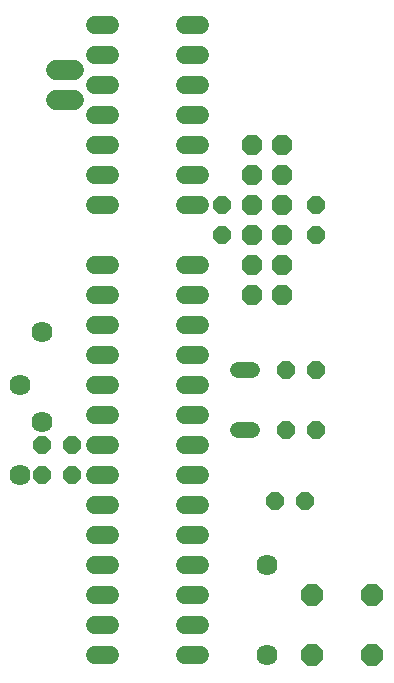
<source format=gts>
G75*
%MOIN*%
%OFA0B0*%
%FSLAX24Y24*%
%IPPOS*%
%LPD*%
%AMOC8*
5,1,8,0,0,1.08239X$1,22.5*
%
%ADD10C,0.0600*%
%ADD11OC8,0.0680*%
%ADD12C,0.0520*%
%ADD13OC8,0.0740*%
%ADD14C,0.0705*%
%ADD15OC8,0.0600*%
%ADD16C,0.0680*%
D10*
X005490Y001530D02*
X006010Y001530D01*
X006010Y002530D02*
X005490Y002530D01*
X005490Y003530D02*
X006010Y003530D01*
X006010Y004530D02*
X005490Y004530D01*
X005490Y005530D02*
X006010Y005530D01*
X006010Y006530D02*
X005490Y006530D01*
X005490Y007530D02*
X006010Y007530D01*
X006010Y008530D02*
X005490Y008530D01*
X005490Y009530D02*
X006010Y009530D01*
X006010Y010530D02*
X005490Y010530D01*
X005490Y011530D02*
X006010Y011530D01*
X006010Y012530D02*
X005490Y012530D01*
X005490Y013530D02*
X006010Y013530D01*
X006010Y014530D02*
X005490Y014530D01*
X005490Y016530D02*
X006010Y016530D01*
X006010Y017530D02*
X005490Y017530D01*
X005490Y018530D02*
X006010Y018530D01*
X006010Y019530D02*
X005490Y019530D01*
X005490Y020530D02*
X006010Y020530D01*
X006010Y021530D02*
X005490Y021530D01*
X005490Y022530D02*
X006010Y022530D01*
X008490Y022530D02*
X009010Y022530D01*
X009010Y021530D02*
X008490Y021530D01*
X008490Y020530D02*
X009010Y020530D01*
X009010Y019530D02*
X008490Y019530D01*
X008490Y018530D02*
X009010Y018530D01*
X009010Y017530D02*
X008490Y017530D01*
X008490Y016530D02*
X009010Y016530D01*
X009010Y014530D02*
X008490Y014530D01*
X008490Y013530D02*
X009010Y013530D01*
X009010Y012530D02*
X008490Y012530D01*
X008490Y011530D02*
X009010Y011530D01*
X009010Y010530D02*
X008490Y010530D01*
X008490Y009530D02*
X009010Y009530D01*
X009010Y008530D02*
X008490Y008530D01*
X008490Y007530D02*
X009010Y007530D01*
X009010Y006530D02*
X008490Y006530D01*
X008490Y005530D02*
X009010Y005530D01*
X009010Y004530D02*
X008490Y004530D01*
X008490Y003530D02*
X009010Y003530D01*
X009010Y002530D02*
X008490Y002530D01*
X008490Y001530D02*
X009010Y001530D01*
D11*
X010750Y013530D03*
X010750Y014530D03*
X010750Y015530D03*
X010750Y016530D03*
X010750Y017530D03*
X010750Y018530D03*
X011750Y018530D03*
X011750Y017530D03*
X011750Y016530D03*
X011750Y015530D03*
X011750Y014530D03*
X011750Y013530D03*
D12*
X010720Y011030D02*
X010280Y011030D01*
X010280Y009030D02*
X010720Y009030D01*
D13*
X012750Y003530D03*
X012750Y001530D03*
X014750Y001530D03*
X014750Y003530D03*
D14*
X003000Y007530D03*
X003750Y009280D03*
X003000Y010530D03*
X003750Y012280D03*
X011250Y004530D03*
X011250Y001530D03*
D15*
X011500Y006655D03*
X012500Y006655D03*
X012875Y009030D03*
X011875Y009030D03*
X011875Y011030D03*
X012875Y011030D03*
X012875Y015530D03*
X012875Y016530D03*
X009750Y016530D03*
X009750Y015530D03*
X004750Y008530D03*
X004750Y007530D03*
X003750Y007530D03*
X003750Y008530D03*
D16*
X004200Y020030D02*
X004800Y020030D01*
X004800Y021030D02*
X004200Y021030D01*
M02*

</source>
